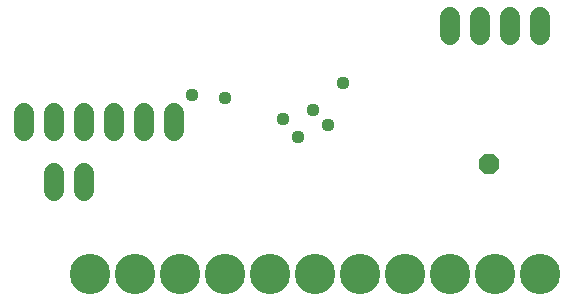
<source format=gbs>
G75*
%MOIN*%
%OFA0B0*%
%FSLAX24Y24*%
%IPPOS*%
%LPD*%
%AMOC8*
5,1,8,0,0,1.08239X$1,22.5*
%
%ADD10C,0.1350*%
%ADD11C,0.0680*%
%ADD12OC8,0.0680*%
%ADD13C,0.0437*%
D10*
X003100Y001300D03*
X004600Y001300D03*
X006100Y001300D03*
X007600Y001300D03*
X009100Y001300D03*
X010600Y001300D03*
X012100Y001300D03*
X013600Y001300D03*
X015100Y001300D03*
X016600Y001300D03*
X018100Y001300D03*
D11*
X005900Y006050D02*
X005900Y006650D01*
X004900Y006650D02*
X004900Y006050D01*
X003900Y006050D02*
X003900Y006650D01*
X002900Y006650D02*
X002900Y006050D01*
X001900Y006050D02*
X001900Y006650D01*
X000900Y006650D02*
X000900Y006050D01*
X001900Y004650D02*
X001900Y004050D01*
X002900Y004050D02*
X002900Y004650D01*
X015100Y009250D02*
X015100Y009850D01*
X016100Y009850D02*
X016100Y009250D01*
X017100Y009250D02*
X017100Y009850D01*
X018100Y009850D02*
X018100Y009250D01*
D12*
X016400Y004950D03*
D13*
X011050Y006250D03*
X010550Y006750D03*
X009550Y006450D03*
X010050Y005850D03*
X007600Y007150D03*
X006500Y007250D03*
X011550Y007650D03*
M02*

</source>
